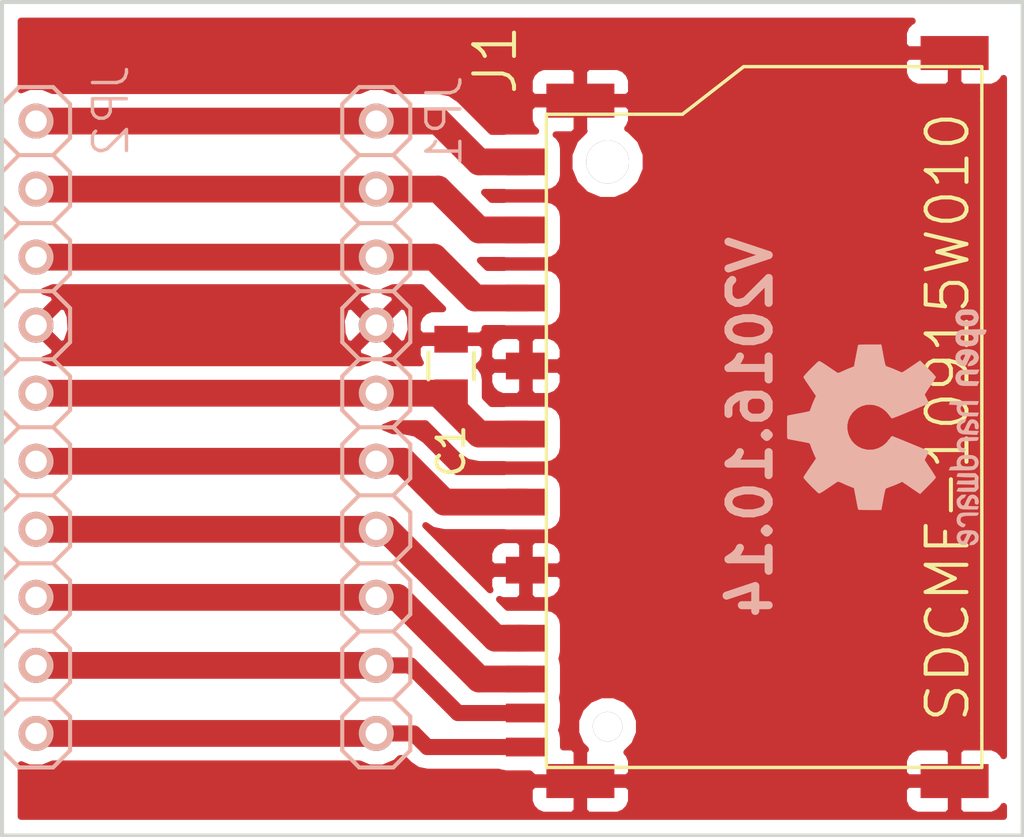
<source format=kicad_pcb>
(kicad_pcb (version 4) (host pcbnew 4.0.4+e1-6308~48~ubuntu16.04.1-stable)

  (general
    (links 27)
    (no_connects 0)
    (area 130.734999 45.009999 168.985001 76.275001)
    (thickness 1.6)
    (drawings 5)
    (tracks 43)
    (zones 0)
    (modules 5)
    (nets 11)
  )

  (page A4)
  (layers
    (0 F.Cu signal)
    (31 B.Cu signal)
    (32 B.Adhes user)
    (33 F.Adhes user)
    (34 B.Paste user)
    (35 F.Paste user)
    (36 B.SilkS user)
    (37 F.SilkS user)
    (38 B.Mask user)
    (39 F.Mask user)
    (40 Dwgs.User user)
    (41 Cmts.User user)
    (42 Eco1.User user)
    (43 Eco2.User user)
    (44 Edge.Cuts user)
    (45 Margin user)
    (46 B.CrtYd user)
    (47 F.CrtYd user)
    (48 B.Fab user)
    (49 F.Fab user)
  )

  (setup
    (last_trace_width 1)
    (user_trace_width 0.4)
    (user_trace_width 0.6)
    (user_trace_width 0.8)
    (user_trace_width 1)
    (user_trace_width 1.5)
    (trace_clearance 0.2)
    (zone_clearance 0.508)
    (zone_45_only no)
    (trace_min 0.2)
    (segment_width 0.2)
    (edge_width 0.15)
    (via_size 0.6)
    (via_drill 0.4)
    (via_min_size 0.4)
    (via_min_drill 0.3)
    (user_via 0.5 0.35)
    (user_via 0.6 0.4)
    (user_via 0.8 0.6)
    (user_via 1 0.8)
    (user_via 1.7 1.5)
    (uvia_size 0.3)
    (uvia_drill 0.1)
    (uvias_allowed no)
    (uvia_min_size 0.2)
    (uvia_min_drill 0.1)
    (pcb_text_width 0.3)
    (pcb_text_size 1.5 1.5)
    (mod_edge_width 0.15)
    (mod_text_size 1 1)
    (mod_text_width 0.15)
    (pad_size 1.524 1.524)
    (pad_drill 0.762)
    (pad_to_mask_clearance 0.2)
    (aux_axis_origin 0 0)
    (visible_elements FFFFFF7F)
    (pcbplotparams
      (layerselection 0x00030_80000001)
      (usegerberextensions false)
      (excludeedgelayer true)
      (linewidth 0.100000)
      (plotframeref false)
      (viasonmask false)
      (mode 1)
      (useauxorigin false)
      (hpglpennumber 1)
      (hpglpenspeed 20)
      (hpglpendiameter 15)
      (hpglpenoverlay 2)
      (psnegative false)
      (psa4output false)
      (plotreference true)
      (plotvalue true)
      (plotinvisibletext false)
      (padsonsilk false)
      (subtractmaskfromsilk false)
      (outputformat 1)
      (mirror false)
      (drillshape 1)
      (scaleselection 1)
      (outputdirectory ""))
  )

  (net 0 "")
  (net 1 GND)
  (net 2 +3V3)
  (net 3 "Net-(J1-Pad2)")
  (net 4 "Net-(J1-Pad9)")
  (net 5 "Net-(J1-Pad1)")
  (net 6 "Net-(J1-Pad5)")
  (net 7 "Net-(J1-Pad7)")
  (net 8 "Net-(J1-Pad8)")
  (net 9 "Net-(J1-PadCD)")
  (net 10 "Net-(J1-PadWP)")

  (net_class Default "This is the default net class."
    (clearance 0.2)
    (trace_width 0.25)
    (via_dia 0.6)
    (via_drill 0.4)
    (uvia_dia 0.3)
    (uvia_drill 0.1)
    (add_net +3V3)
    (add_net GND)
    (add_net "Net-(J1-Pad1)")
    (add_net "Net-(J1-Pad2)")
    (add_net "Net-(J1-Pad5)")
    (add_net "Net-(J1-Pad7)")
    (add_net "Net-(J1-Pad8)")
    (add_net "Net-(J1-Pad9)")
    (add_net "Net-(J1-PadCD)")
    (add_net "Net-(J1-PadWP)")
  )

  (module Capacitors_SMD:C_0805 (layer F.Cu) (tedit 57FE9B14) (tstamp 57FE92D0)
    (at 147.574 58.674 90)
    (descr "Capacitor SMD 0805, reflow soldering, AVX (see smccp.pdf)")
    (tags "capacitor 0805")
    (path /57FE9127)
    (attr smd)
    (fp_text reference C1 (at -3.175 0 90) (layer F.SilkS)
      (effects (font (size 1 1) (thickness 0.15)))
    )
    (fp_text value 1u (at 3.175 0 90) (layer F.Fab)
      (effects (font (size 1 1) (thickness 0.15)))
    )
    (fp_line (start -1 0.625) (end -1 -0.625) (layer F.Fab) (width 0.15))
    (fp_line (start 1 0.625) (end -1 0.625) (layer F.Fab) (width 0.15))
    (fp_line (start 1 -0.625) (end 1 0.625) (layer F.Fab) (width 0.15))
    (fp_line (start -1 -0.625) (end 1 -0.625) (layer F.Fab) (width 0.15))
    (fp_line (start -1.8 -1) (end 1.8 -1) (layer F.CrtYd) (width 0.05))
    (fp_line (start -1.8 1) (end 1.8 1) (layer F.CrtYd) (width 0.05))
    (fp_line (start -1.8 -1) (end -1.8 1) (layer F.CrtYd) (width 0.05))
    (fp_line (start 1.8 -1) (end 1.8 1) (layer F.CrtYd) (width 0.05))
    (fp_line (start 0.5 -0.85) (end -0.5 -0.85) (layer F.SilkS) (width 0.15))
    (fp_line (start -0.5 0.85) (end 0.5 0.85) (layer F.SilkS) (width 0.15))
    (pad 1 smd rect (at -1 0 90) (size 1 1.25) (layers F.Cu F.Paste F.Mask)
      (net 2 +3V3))
    (pad 2 smd rect (at 1 0 90) (size 1 1.25) (layers F.Cu F.Paste F.Mask)
      (net 1 GND))
    (model Capacitors_SMD.3dshapes/C_0805.wrl
      (at (xyz 0 0 0))
      (scale (xyz 1 1 1))
      (rotate (xyz 0 0 0))
    )
  )

  (module SquantorConnectors:SquantorConnectors-SDCMF-10915W010 (layer F.Cu) (tedit 57FFEE05) (tstamp 58018BFE)
    (at 163.83 60.96 90)
    (path /57FFF8B5)
    (attr smd)
    (fp_text reference J1 (at 13.716 -14.605 90) (layer F.SilkS)
      (effects (font (thickness 0.15)))
    )
    (fp_text value SDCMF-10915W010 (at 0.381 2.286 90) (layer F.SilkS)
      (effects (font (thickness 0.15)))
    )
    (fp_line (start -12.7 -12.7) (end 11.684 -12.7) (layer F.SilkS) (width 0.127))
    (fp_line (start -12.7 -12.7) (end -12.7 3.556) (layer F.SilkS) (width 0.127))
    (fp_line (start -12.7 3.556) (end -11.43 3.556) (layer F.SilkS) (width 0.127))
    (fp_line (start -11.43 3.556) (end 12.192 3.556) (layer F.SilkS) (width 0.127))
    (fp_line (start 12.192 3.556) (end 13.462 3.556) (layer F.SilkS) (width 0.127))
    (fp_line (start 13.462 3.556) (end 13.462 -5.334) (layer F.SilkS) (width 0.127))
    (fp_line (start 11.684 -12.7) (end 11.684 -7.62) (layer F.SilkS) (width 0.127))
    (fp_line (start 11.684 -7.62) (end 13.462 -5.334) (layer F.SilkS) (width 0.127))
    (pad 1 smd rect (at 7.366 -13.462 180) (size 1.5 1) (layers F.Cu F.Paste F.Mask)
      (net 5 "Net-(J1-Pad1)"))
    (pad 2 smd rect (at 4.826 -13.462 180) (size 1.5 1) (layers F.Cu F.Paste F.Mask)
      (net 3 "Net-(J1-Pad2)"))
    (pad 3 smd rect (at 2.286 -13.462 180) (size 1.5 1) (layers F.Cu F.Paste F.Mask)
      (net 1 GND))
    (pad 4 smd rect (at -0.254 -13.462 180) (size 1.5 1) (layers F.Cu F.Paste F.Mask)
      (net 2 +3V3))
    (pad 5 smd rect (at -2.794 -13.462 180) (size 1.5 1) (layers F.Cu F.Paste F.Mask)
      (net 6 "Net-(J1-Pad5)"))
    (pad 6 smd rect (at -5.334 -13.462 180) (size 1.5 1) (layers F.Cu F.Paste F.Mask)
      (net 1 GND))
    (pad 7 smd rect (at -7.874 -13.462 180) (size 1.5 1) (layers F.Cu F.Paste F.Mask)
      (net 7 "Net-(J1-Pad7)"))
    (pad 8 smd rect (at -9.398 -13.462 180) (size 1.5 1) (layers F.Cu F.Paste F.Mask)
      (net 8 "Net-(J1-Pad8)"))
    (pad 9 smd rect (at 9.906 -13.462 180) (size 1.5 1) (layers F.Cu F.Paste F.Mask)
      (net 4 "Net-(J1-Pad9)"))
    (pad WP smd rect (at -11.938 -13.462 180) (size 1.5 0.7) (layers F.Cu F.Paste F.Mask)
      (net 10 "Net-(J1-PadWP)"))
    (pad CD smd rect (at -10.668 -13.462 180) (size 1.5 0.7) (layers F.Cu F.Paste F.Mask)
      (net 9 "Net-(J1-PadCD)"))
    (pad S4 smd rect (at 12.192 -11.43 180) (size 2.54 1.27) (layers F.Cu F.Paste F.Mask)
      (net 1 GND))
    (pad S3 smd rect (at 13.97 2.54 180) (size 2.54 1.27) (layers F.Cu F.Paste F.Mask)
      (net 1 GND))
    (pad S2 smd rect (at -13.208 2.54 180) (size 2.54 1.27) (layers F.Cu F.Paste F.Mask)
      (net 1 GND))
    (pad S1 smd rect (at -13.208 -11.43 180) (size 2.54 1.27) (layers F.Cu F.Paste F.Mask)
      (net 1 GND))
    (pad D1 thru_hole circle (at 9.906 -10.414 180) (size 1.6 1.6) (drill 1.6) (layers *.Cu *.Mask))
    (pad D2 thru_hole circle (at -11.176 -10.414 180) (size 1.1 1.1) (drill 1.1) (layers *.Cu *.Mask))
  )

  (module SquantorConnectors:SquantorConnectors-1X10_SMALL (layer B.Cu) (tedit 57FFF168) (tstamp 57FE98ED)
    (at 132.08 60.96 270)
    (path /57FE9960)
    (attr virtual)
    (fp_text reference JP2 (at -11.811 -2.794 270) (layer B.SilkS)
      (effects (font (size 1.27 1.27) (thickness 0.127)) (justify mirror))
    )
    (fp_text value PINHD-1X10TH_NORMAL (at 0.508 -3.937 270) (layer B.Fab)
      (effects (font (size 1.27 1.27) (thickness 0.1016)) (justify mirror))
    )
    (fp_line (start 7.62 0.635) (end 8.255 1.27) (layer B.SilkS) (width 0.1524))
    (fp_line (start 8.255 1.27) (end 9.525 1.27) (layer B.SilkS) (width 0.1524))
    (fp_line (start 9.525 1.27) (end 10.16 0.635) (layer B.SilkS) (width 0.1524))
    (fp_line (start 10.16 0.635) (end 10.16 -0.635) (layer B.SilkS) (width 0.1524))
    (fp_line (start 10.16 -0.635) (end 9.525 -1.27) (layer B.SilkS) (width 0.1524))
    (fp_line (start 9.525 -1.27) (end 8.255 -1.27) (layer B.SilkS) (width 0.1524))
    (fp_line (start 8.255 -1.27) (end 7.62 -0.635) (layer B.SilkS) (width 0.1524))
    (fp_line (start 3.175 1.27) (end 4.445 1.27) (layer B.SilkS) (width 0.1524))
    (fp_line (start 4.445 1.27) (end 5.08 0.635) (layer B.SilkS) (width 0.1524))
    (fp_line (start 5.08 0.635) (end 5.08 -0.635) (layer B.SilkS) (width 0.1524))
    (fp_line (start 5.08 -0.635) (end 4.445 -1.27) (layer B.SilkS) (width 0.1524))
    (fp_line (start 5.08 0.635) (end 5.715 1.27) (layer B.SilkS) (width 0.1524))
    (fp_line (start 5.715 1.27) (end 6.985 1.27) (layer B.SilkS) (width 0.1524))
    (fp_line (start 6.985 1.27) (end 7.62 0.635) (layer B.SilkS) (width 0.1524))
    (fp_line (start 7.62 0.635) (end 7.62 -0.635) (layer B.SilkS) (width 0.1524))
    (fp_line (start 7.62 -0.635) (end 6.985 -1.27) (layer B.SilkS) (width 0.1524))
    (fp_line (start 6.985 -1.27) (end 5.715 -1.27) (layer B.SilkS) (width 0.1524))
    (fp_line (start 5.715 -1.27) (end 5.08 -0.635) (layer B.SilkS) (width 0.1524))
    (fp_line (start 0 0.635) (end 0.635 1.27) (layer B.SilkS) (width 0.1524))
    (fp_line (start 0.635 1.27) (end 1.905 1.27) (layer B.SilkS) (width 0.1524))
    (fp_line (start 1.905 1.27) (end 2.54 0.635) (layer B.SilkS) (width 0.1524))
    (fp_line (start 2.54 0.635) (end 2.54 -0.635) (layer B.SilkS) (width 0.1524))
    (fp_line (start 2.54 -0.635) (end 1.905 -1.27) (layer B.SilkS) (width 0.1524))
    (fp_line (start 1.905 -1.27) (end 0.635 -1.27) (layer B.SilkS) (width 0.1524))
    (fp_line (start 0.635 -1.27) (end 0 -0.635) (layer B.SilkS) (width 0.1524))
    (fp_line (start 3.175 1.27) (end 2.54 0.635) (layer B.SilkS) (width 0.1524))
    (fp_line (start 2.54 -0.635) (end 3.175 -1.27) (layer B.SilkS) (width 0.1524))
    (fp_line (start 4.445 -1.27) (end 3.175 -1.27) (layer B.SilkS) (width 0.1524))
    (fp_line (start -4.445 1.27) (end -3.175 1.27) (layer B.SilkS) (width 0.1524))
    (fp_line (start -3.175 1.27) (end -2.54 0.635) (layer B.SilkS) (width 0.1524))
    (fp_line (start -2.54 0.635) (end -2.54 -0.635) (layer B.SilkS) (width 0.1524))
    (fp_line (start -2.54 -0.635) (end -3.175 -1.27) (layer B.SilkS) (width 0.1524))
    (fp_line (start -2.54 0.635) (end -1.905 1.27) (layer B.SilkS) (width 0.1524))
    (fp_line (start -1.905 1.27) (end -0.635 1.27) (layer B.SilkS) (width 0.1524))
    (fp_line (start -0.635 1.27) (end 0 0.635) (layer B.SilkS) (width 0.1524))
    (fp_line (start 0 0.635) (end 0 -0.635) (layer B.SilkS) (width 0.1524))
    (fp_line (start 0 -0.635) (end -0.635 -1.27) (layer B.SilkS) (width 0.1524))
    (fp_line (start -0.635 -1.27) (end -1.905 -1.27) (layer B.SilkS) (width 0.1524))
    (fp_line (start -1.905 -1.27) (end -2.54 -0.635) (layer B.SilkS) (width 0.1524))
    (fp_line (start -7.62 0.635) (end -6.985 1.27) (layer B.SilkS) (width 0.1524))
    (fp_line (start -6.985 1.27) (end -5.715 1.27) (layer B.SilkS) (width 0.1524))
    (fp_line (start -5.715 1.27) (end -5.08 0.635) (layer B.SilkS) (width 0.1524))
    (fp_line (start -5.08 0.635) (end -5.08 -0.635) (layer B.SilkS) (width 0.1524))
    (fp_line (start -5.08 -0.635) (end -5.715 -1.27) (layer B.SilkS) (width 0.1524))
    (fp_line (start -5.715 -1.27) (end -6.985 -1.27) (layer B.SilkS) (width 0.1524))
    (fp_line (start -6.985 -1.27) (end -7.62 -0.635) (layer B.SilkS) (width 0.1524))
    (fp_line (start -4.445 1.27) (end -5.08 0.635) (layer B.SilkS) (width 0.1524))
    (fp_line (start -5.08 -0.635) (end -4.445 -1.27) (layer B.SilkS) (width 0.1524))
    (fp_line (start -3.175 -1.27) (end -4.445 -1.27) (layer B.SilkS) (width 0.1524))
    (fp_line (start -12.065 1.27) (end -10.795 1.27) (layer B.SilkS) (width 0.1524))
    (fp_line (start -10.795 1.27) (end -10.16 0.635) (layer B.SilkS) (width 0.1524))
    (fp_line (start -10.16 0.635) (end -10.16 -0.635) (layer B.SilkS) (width 0.1524))
    (fp_line (start -10.16 -0.635) (end -10.795 -1.27) (layer B.SilkS) (width 0.1524))
    (fp_line (start -10.16 0.635) (end -9.525 1.27) (layer B.SilkS) (width 0.1524))
    (fp_line (start -9.525 1.27) (end -8.255 1.27) (layer B.SilkS) (width 0.1524))
    (fp_line (start -8.255 1.27) (end -7.62 0.635) (layer B.SilkS) (width 0.1524))
    (fp_line (start -7.62 0.635) (end -7.62 -0.635) (layer B.SilkS) (width 0.1524))
    (fp_line (start -7.62 -0.635) (end -8.255 -1.27) (layer B.SilkS) (width 0.1524))
    (fp_line (start -8.255 -1.27) (end -9.525 -1.27) (layer B.SilkS) (width 0.1524))
    (fp_line (start -9.525 -1.27) (end -10.16 -0.635) (layer B.SilkS) (width 0.1524))
    (fp_line (start -12.7 0.635) (end -12.7 -0.635) (layer B.SilkS) (width 0.1524))
    (fp_line (start -12.065 1.27) (end -12.7 0.635) (layer B.SilkS) (width 0.1524))
    (fp_line (start -12.7 -0.635) (end -12.065 -1.27) (layer B.SilkS) (width 0.1524))
    (fp_line (start -10.795 -1.27) (end -12.065 -1.27) (layer B.SilkS) (width 0.1524))
    (fp_line (start 10.795 1.27) (end 12.065 1.27) (layer B.SilkS) (width 0.1524))
    (fp_line (start 12.065 1.27) (end 12.7 0.635) (layer B.SilkS) (width 0.1524))
    (fp_line (start 12.7 0.635) (end 12.7 -0.635) (layer B.SilkS) (width 0.1524))
    (fp_line (start 12.7 -0.635) (end 12.065 -1.27) (layer B.SilkS) (width 0.1524))
    (fp_line (start 10.795 1.27) (end 10.16 0.635) (layer B.SilkS) (width 0.1524))
    (fp_line (start 10.16 -0.635) (end 10.795 -1.27) (layer B.SilkS) (width 0.1524))
    (fp_line (start 12.065 -1.27) (end 10.795 -1.27) (layer B.SilkS) (width 0.1524))
    (pad 1 thru_hole circle (at -11.43 0 270) (size 1.30556 2.61366) (drill 0.79756) (layers *.Cu B.Paste B.SilkS B.Mask)
      (net 4 "Net-(J1-Pad9)"))
    (pad 2 thru_hole circle (at -8.89 0 270) (size 1.30556 2.61366) (drill 0.79756) (layers *.Cu B.Paste B.SilkS B.Mask)
      (net 5 "Net-(J1-Pad1)"))
    (pad 3 thru_hole circle (at -6.35 0 270) (size 1.30556 2.61366) (drill 0.79756) (layers *.Cu B.Paste B.SilkS B.Mask)
      (net 3 "Net-(J1-Pad2)"))
    (pad 4 thru_hole circle (at -3.81 0 270) (size 1.30556 2.61366) (drill 0.79756) (layers *.Cu B.Paste B.SilkS B.Mask)
      (net 1 GND))
    (pad 5 thru_hole circle (at -1.27 0 270) (size 1.30556 2.61366) (drill 0.79756) (layers *.Cu B.Paste B.SilkS B.Mask)
      (net 2 +3V3))
    (pad 6 thru_hole circle (at 1.27 0 270) (size 1.30556 2.61366) (drill 0.79756) (layers *.Cu B.Paste B.SilkS B.Mask)
      (net 6 "Net-(J1-Pad5)"))
    (pad 7 thru_hole circle (at 3.81 0 270) (size 1.30556 2.61366) (drill 0.79756) (layers *.Cu B.Paste B.SilkS B.Mask)
      (net 7 "Net-(J1-Pad7)"))
    (pad 8 thru_hole circle (at 6.35 0 270) (size 1.30556 2.61366) (drill 0.79756) (layers *.Cu B.Paste B.SilkS B.Mask)
      (net 8 "Net-(J1-Pad8)"))
    (pad 9 thru_hole circle (at 8.89 0 270) (size 1.30556 2.61366) (drill 0.79756) (layers *.Cu B.Paste B.SilkS B.Mask)
      (net 9 "Net-(J1-PadCD)"))
    (pad 10 thru_hole circle (at 11.43 0 270) (size 1.30556 2.61366) (drill 0.79756) (layers *.Cu B.Paste B.SilkS B.Mask)
      (net 10 "Net-(J1-PadWP)"))
  )

  (module SquantorConnectors:SquantorConnectors-1X10_SMALL (layer B.Cu) (tedit 57FFF171) (tstamp 57FE9968)
    (at 144.78 60.96 270)
    (path /57FE990F)
    (attr virtual)
    (fp_text reference JP1 (at -11.43 -2.54 270) (layer B.SilkS)
      (effects (font (size 1.27 1.27) (thickness 0.127)) (justify mirror))
    )
    (fp_text value PINHD-1X10TH_NORMAL (at 0.127 3.048 270) (layer B.Fab)
      (effects (font (size 1.27 1.27) (thickness 0.1016)) (justify mirror))
    )
    (fp_line (start 7.62 0.635) (end 8.255 1.27) (layer B.SilkS) (width 0.1524))
    (fp_line (start 8.255 1.27) (end 9.525 1.27) (layer B.SilkS) (width 0.1524))
    (fp_line (start 9.525 1.27) (end 10.16 0.635) (layer B.SilkS) (width 0.1524))
    (fp_line (start 10.16 0.635) (end 10.16 -0.635) (layer B.SilkS) (width 0.1524))
    (fp_line (start 10.16 -0.635) (end 9.525 -1.27) (layer B.SilkS) (width 0.1524))
    (fp_line (start 9.525 -1.27) (end 8.255 -1.27) (layer B.SilkS) (width 0.1524))
    (fp_line (start 8.255 -1.27) (end 7.62 -0.635) (layer B.SilkS) (width 0.1524))
    (fp_line (start 3.175 1.27) (end 4.445 1.27) (layer B.SilkS) (width 0.1524))
    (fp_line (start 4.445 1.27) (end 5.08 0.635) (layer B.SilkS) (width 0.1524))
    (fp_line (start 5.08 0.635) (end 5.08 -0.635) (layer B.SilkS) (width 0.1524))
    (fp_line (start 5.08 -0.635) (end 4.445 -1.27) (layer B.SilkS) (width 0.1524))
    (fp_line (start 5.08 0.635) (end 5.715 1.27) (layer B.SilkS) (width 0.1524))
    (fp_line (start 5.715 1.27) (end 6.985 1.27) (layer B.SilkS) (width 0.1524))
    (fp_line (start 6.985 1.27) (end 7.62 0.635) (layer B.SilkS) (width 0.1524))
    (fp_line (start 7.62 0.635) (end 7.62 -0.635) (layer B.SilkS) (width 0.1524))
    (fp_line (start 7.62 -0.635) (end 6.985 -1.27) (layer B.SilkS) (width 0.1524))
    (fp_line (start 6.985 -1.27) (end 5.715 -1.27) (layer B.SilkS) (width 0.1524))
    (fp_line (start 5.715 -1.27) (end 5.08 -0.635) (layer B.SilkS) (width 0.1524))
    (fp_line (start 0 0.635) (end 0.635 1.27) (layer B.SilkS) (width 0.1524))
    (fp_line (start 0.635 1.27) (end 1.905 1.27) (layer B.SilkS) (width 0.1524))
    (fp_line (start 1.905 1.27) (end 2.54 0.635) (layer B.SilkS) (width 0.1524))
    (fp_line (start 2.54 0.635) (end 2.54 -0.635) (layer B.SilkS) (width 0.1524))
    (fp_line (start 2.54 -0.635) (end 1.905 -1.27) (layer B.SilkS) (width 0.1524))
    (fp_line (start 1.905 -1.27) (end 0.635 -1.27) (layer B.SilkS) (width 0.1524))
    (fp_line (start 0.635 -1.27) (end 0 -0.635) (layer B.SilkS) (width 0.1524))
    (fp_line (start 3.175 1.27) (end 2.54 0.635) (layer B.SilkS) (width 0.1524))
    (fp_line (start 2.54 -0.635) (end 3.175 -1.27) (layer B.SilkS) (width 0.1524))
    (fp_line (start 4.445 -1.27) (end 3.175 -1.27) (layer B.SilkS) (width 0.1524))
    (fp_line (start -4.445 1.27) (end -3.175 1.27) (layer B.SilkS) (width 0.1524))
    (fp_line (start -3.175 1.27) (end -2.54 0.635) (layer B.SilkS) (width 0.1524))
    (fp_line (start -2.54 0.635) (end -2.54 -0.635) (layer B.SilkS) (width 0.1524))
    (fp_line (start -2.54 -0.635) (end -3.175 -1.27) (layer B.SilkS) (width 0.1524))
    (fp_line (start -2.54 0.635) (end -1.905 1.27) (layer B.SilkS) (width 0.1524))
    (fp_line (start -1.905 1.27) (end -0.635 1.27) (layer B.SilkS) (width 0.1524))
    (fp_line (start -0.635 1.27) (end 0 0.635) (layer B.SilkS) (width 0.1524))
    (fp_line (start 0 0.635) (end 0 -0.635) (layer B.SilkS) (width 0.1524))
    (fp_line (start 0 -0.635) (end -0.635 -1.27) (layer B.SilkS) (width 0.1524))
    (fp_line (start -0.635 -1.27) (end -1.905 -1.27) (layer B.SilkS) (width 0.1524))
    (fp_line (start -1.905 -1.27) (end -2.54 -0.635) (layer B.SilkS) (width 0.1524))
    (fp_line (start -7.62 0.635) (end -6.985 1.27) (layer B.SilkS) (width 0.1524))
    (fp_line (start -6.985 1.27) (end -5.715 1.27) (layer B.SilkS) (width 0.1524))
    (fp_line (start -5.715 1.27) (end -5.08 0.635) (layer B.SilkS) (width 0.1524))
    (fp_line (start -5.08 0.635) (end -5.08 -0.635) (layer B.SilkS) (width 0.1524))
    (fp_line (start -5.08 -0.635) (end -5.715 -1.27) (layer B.SilkS) (width 0.1524))
    (fp_line (start -5.715 -1.27) (end -6.985 -1.27) (layer B.SilkS) (width 0.1524))
    (fp_line (start -6.985 -1.27) (end -7.62 -0.635) (layer B.SilkS) (width 0.1524))
    (fp_line (start -4.445 1.27) (end -5.08 0.635) (layer B.SilkS) (width 0.1524))
    (fp_line (start -5.08 -0.635) (end -4.445 -1.27) (layer B.SilkS) (width 0.1524))
    (fp_line (start -3.175 -1.27) (end -4.445 -1.27) (layer B.SilkS) (width 0.1524))
    (fp_line (start -12.065 1.27) (end -10.795 1.27) (layer B.SilkS) (width 0.1524))
    (fp_line (start -10.795 1.27) (end -10.16 0.635) (layer B.SilkS) (width 0.1524))
    (fp_line (start -10.16 0.635) (end -10.16 -0.635) (layer B.SilkS) (width 0.1524))
    (fp_line (start -10.16 -0.635) (end -10.795 -1.27) (layer B.SilkS) (width 0.1524))
    (fp_line (start -10.16 0.635) (end -9.525 1.27) (layer B.SilkS) (width 0.1524))
    (fp_line (start -9.525 1.27) (end -8.255 1.27) (layer B.SilkS) (width 0.1524))
    (fp_line (start -8.255 1.27) (end -7.62 0.635) (layer B.SilkS) (width 0.1524))
    (fp_line (start -7.62 0.635) (end -7.62 -0.635) (layer B.SilkS) (width 0.1524))
    (fp_line (start -7.62 -0.635) (end -8.255 -1.27) (layer B.SilkS) (width 0.1524))
    (fp_line (start -8.255 -1.27) (end -9.525 -1.27) (layer B.SilkS) (width 0.1524))
    (fp_line (start -9.525 -1.27) (end -10.16 -0.635) (layer B.SilkS) (width 0.1524))
    (fp_line (start -12.7 0.635) (end -12.7 -0.635) (layer B.SilkS) (width 0.1524))
    (fp_line (start -12.065 1.27) (end -12.7 0.635) (layer B.SilkS) (width 0.1524))
    (fp_line (start -12.7 -0.635) (end -12.065 -1.27) (layer B.SilkS) (width 0.1524))
    (fp_line (start -10.795 -1.27) (end -12.065 -1.27) (layer B.SilkS) (width 0.1524))
    (fp_line (start 10.795 1.27) (end 12.065 1.27) (layer B.SilkS) (width 0.1524))
    (fp_line (start 12.065 1.27) (end 12.7 0.635) (layer B.SilkS) (width 0.1524))
    (fp_line (start 12.7 0.635) (end 12.7 -0.635) (layer B.SilkS) (width 0.1524))
    (fp_line (start 12.7 -0.635) (end 12.065 -1.27) (layer B.SilkS) (width 0.1524))
    (fp_line (start 10.795 1.27) (end 10.16 0.635) (layer B.SilkS) (width 0.1524))
    (fp_line (start 10.16 -0.635) (end 10.795 -1.27) (layer B.SilkS) (width 0.1524))
    (fp_line (start 12.065 -1.27) (end 10.795 -1.27) (layer B.SilkS) (width 0.1524))
    (pad 1 thru_hole circle (at -11.43 0 270) (size 1.30556 2.61366) (drill 0.79756) (layers *.Cu B.Paste B.SilkS B.Mask)
      (net 4 "Net-(J1-Pad9)"))
    (pad 2 thru_hole circle (at -8.89 0 270) (size 1.30556 2.61366) (drill 0.79756) (layers *.Cu B.Paste B.SilkS B.Mask)
      (net 5 "Net-(J1-Pad1)"))
    (pad 3 thru_hole circle (at -6.35 0 270) (size 1.30556 2.61366) (drill 0.79756) (layers *.Cu B.Paste B.SilkS B.Mask)
      (net 3 "Net-(J1-Pad2)"))
    (pad 4 thru_hole circle (at -3.81 0 270) (size 1.30556 2.61366) (drill 0.79756) (layers *.Cu B.Paste B.SilkS B.Mask)
      (net 1 GND))
    (pad 5 thru_hole circle (at -1.27 0 270) (size 1.30556 2.61366) (drill 0.79756) (layers *.Cu B.Paste B.SilkS B.Mask)
      (net 2 +3V3))
    (pad 6 thru_hole circle (at 1.27 0 270) (size 1.30556 2.61366) (drill 0.79756) (layers *.Cu B.Paste B.SilkS B.Mask)
      (net 6 "Net-(J1-Pad5)"))
    (pad 7 thru_hole circle (at 3.81 0 270) (size 1.30556 2.61366) (drill 0.79756) (layers *.Cu B.Paste B.SilkS B.Mask)
      (net 7 "Net-(J1-Pad7)"))
    (pad 8 thru_hole circle (at 6.35 0 270) (size 1.30556 2.61366) (drill 0.79756) (layers *.Cu B.Paste B.SilkS B.Mask)
      (net 8 "Net-(J1-Pad8)"))
    (pad 9 thru_hole circle (at 8.89 0 270) (size 1.30556 2.61366) (drill 0.79756) (layers *.Cu B.Paste B.SilkS B.Mask)
      (net 9 "Net-(J1-PadCD)"))
    (pad 10 thru_hole circle (at 11.43 0 270) (size 1.30556 2.61366) (drill 0.79756) (layers *.Cu B.Paste B.SilkS B.Mask)
      (net 10 "Net-(J1-PadWP)"))
  )

  (module Symbols:OSHW-Logo2_9.8x8mm_SilkScreen (layer B.Cu) (tedit 0) (tstamp 58039CB4)
    (at 163.83 60.96 270)
    (descr "Open Source Hardware Symbol")
    (tags "Logo Symbol OSHW")
    (attr virtual)
    (fp_text reference REF*** (at 0 0 270) (layer B.SilkS) hide
      (effects (font (size 1 1) (thickness 0.15)) (justify mirror))
    )
    (fp_text value OSHW-Logo2_9.8x8mm_SilkScreen (at 0.75 0 270) (layer B.Fab) hide
      (effects (font (size 1 1) (thickness 0.15)) (justify mirror))
    )
    (fp_poly (pts (xy -3.231114 -2.584505) (xy -3.156461 -2.621727) (xy -3.090569 -2.690261) (xy -3.072423 -2.715648)
      (xy -3.052655 -2.748866) (xy -3.039828 -2.784945) (xy -3.03249 -2.833098) (xy -3.029187 -2.902536)
      (xy -3.028462 -2.994206) (xy -3.031737 -3.11983) (xy -3.043123 -3.214154) (xy -3.064959 -3.284523)
      (xy -3.099581 -3.338286) (xy -3.14933 -3.382788) (xy -3.152986 -3.385423) (xy -3.202015 -3.412377)
      (xy -3.261055 -3.425712) (xy -3.336141 -3.429) (xy -3.458205 -3.429) (xy -3.458256 -3.547497)
      (xy -3.459392 -3.613492) (xy -3.466314 -3.652202) (xy -3.484402 -3.675419) (xy -3.519038 -3.694933)
      (xy -3.527355 -3.69892) (xy -3.56628 -3.717603) (xy -3.596417 -3.729403) (xy -3.618826 -3.730422)
      (xy -3.634567 -3.716761) (xy -3.644698 -3.684522) (xy -3.650277 -3.629804) (xy -3.652365 -3.548711)
      (xy -3.652019 -3.437344) (xy -3.6503 -3.291802) (xy -3.649763 -3.248269) (xy -3.647828 -3.098205)
      (xy -3.646096 -3.000042) (xy -3.458308 -3.000042) (xy -3.457252 -3.083364) (xy -3.452562 -3.13788)
      (xy -3.441949 -3.173837) (xy -3.423128 -3.201482) (xy -3.41035 -3.214965) (xy -3.35811 -3.254417)
      (xy -3.311858 -3.257628) (xy -3.264133 -3.225049) (xy -3.262923 -3.223846) (xy -3.243506 -3.198668)
      (xy -3.231693 -3.164447) (xy -3.225735 -3.111748) (xy -3.22388 -3.031131) (xy -3.223846 -3.013271)
      (xy -3.22833 -2.902175) (xy -3.242926 -2.825161) (xy -3.26935 -2.778147) (xy -3.309317 -2.75705)
      (xy -3.332416 -2.754923) (xy -3.387238 -2.7649) (xy -3.424842 -2.797752) (xy -3.447477 -2.857857)
      (xy -3.457394 -2.949598) (xy -3.458308 -3.000042) (xy -3.646096 -3.000042) (xy -3.645778 -2.98206)
      (xy -3.643127 -2.894679) (xy -3.639394 -2.830905) (xy -3.634093 -2.785582) (xy -3.626742 -2.753555)
      (xy -3.616857 -2.729668) (xy -3.603954 -2.708764) (xy -3.598421 -2.700898) (xy -3.525031 -2.626595)
      (xy -3.43224 -2.584467) (xy -3.324904 -2.572722) (xy -3.231114 -2.584505)) (layer B.SilkS) (width 0.01))
    (fp_poly (pts (xy -1.728336 -2.595089) (xy -1.665633 -2.631358) (xy -1.622039 -2.667358) (xy -1.590155 -2.705075)
      (xy -1.56819 -2.751199) (xy -1.554351 -2.812421) (xy -1.546847 -2.895431) (xy -1.543883 -3.006919)
      (xy -1.543539 -3.087062) (xy -1.543539 -3.382065) (xy -1.709615 -3.456515) (xy -1.719385 -3.133402)
      (xy -1.723421 -3.012729) (xy -1.727656 -2.925141) (xy -1.732903 -2.86465) (xy -1.739975 -2.825268)
      (xy -1.749689 -2.801007) (xy -1.762856 -2.78588) (xy -1.767081 -2.782606) (xy -1.831091 -2.757034)
      (xy -1.895792 -2.767153) (xy -1.934308 -2.794) (xy -1.949975 -2.813024) (xy -1.96082 -2.837988)
      (xy -1.967712 -2.875834) (xy -1.971521 -2.933502) (xy -1.973117 -3.017935) (xy -1.973385 -3.105928)
      (xy -1.973437 -3.216323) (xy -1.975328 -3.294463) (xy -1.981655 -3.347165) (xy -1.995017 -3.381242)
      (xy -2.018015 -3.403511) (xy -2.053246 -3.420787) (xy -2.100303 -3.438738) (xy -2.151697 -3.458278)
      (xy -2.145579 -3.111485) (xy -2.143116 -2.986468) (xy -2.140233 -2.894082) (xy -2.136102 -2.827881)
      (xy -2.129893 -2.78142) (xy -2.120774 -2.748256) (xy -2.107917 -2.721944) (xy -2.092416 -2.698729)
      (xy -2.017629 -2.624569) (xy -1.926372 -2.581684) (xy -1.827117 -2.571412) (xy -1.728336 -2.595089)) (layer B.SilkS) (width 0.01))
    (fp_poly (pts (xy -3.983114 -2.587256) (xy -3.891536 -2.635409) (xy -3.823951 -2.712905) (xy -3.799943 -2.762727)
      (xy -3.781262 -2.837533) (xy -3.771699 -2.932052) (xy -3.770792 -3.03521) (xy -3.778079 -3.135935)
      (xy -3.793097 -3.223153) (xy -3.815385 -3.285791) (xy -3.822235 -3.296579) (xy -3.903368 -3.377105)
      (xy -3.999734 -3.425336) (xy -4.104299 -3.43945) (xy -4.210032 -3.417629) (xy -4.239457 -3.404547)
      (xy -4.296759 -3.364231) (xy -4.34705 -3.310775) (xy -4.351803 -3.303995) (xy -4.371122 -3.271321)
      (xy -4.383892 -3.236394) (xy -4.391436 -3.190414) (xy -4.395076 -3.124584) (xy -4.396135 -3.030105)
      (xy -4.396154 -3.008923) (xy -4.396106 -3.002182) (xy -4.200769 -3.002182) (xy -4.199632 -3.091349)
      (xy -4.195159 -3.15052) (xy -4.185754 -3.188741) (xy -4.169824 -3.215053) (xy -4.161692 -3.223846)
      (xy -4.114942 -3.257261) (xy -4.069553 -3.255737) (xy -4.02366 -3.226752) (xy -3.996288 -3.195809)
      (xy -3.980077 -3.150643) (xy -3.970974 -3.07942) (xy -3.970349 -3.071114) (xy -3.968796 -2.942037)
      (xy -3.985035 -2.846172) (xy -4.018848 -2.784107) (xy -4.070016 -2.756432) (xy -4.08828 -2.754923)
      (xy -4.13624 -2.762513) (xy -4.169047 -2.788808) (xy -4.189105 -2.839095) (xy -4.198822 -2.918664)
      (xy -4.200769 -3.002182) (xy -4.396106 -3.002182) (xy -4.395426 -2.908249) (xy -4.392371 -2.837906)
      (xy -4.385678 -2.789163) (xy -4.37404 -2.753288) (xy -4.356147 -2.721548) (xy -4.352192 -2.715648)
      (xy -4.285733 -2.636104) (xy -4.213315 -2.589929) (xy -4.125151 -2.571599) (xy -4.095213 -2.570703)
      (xy -3.983114 -2.587256)) (layer B.SilkS) (width 0.01))
    (fp_poly (pts (xy -2.465746 -2.599745) (xy -2.388714 -2.651567) (xy -2.329184 -2.726412) (xy -2.293622 -2.821654)
      (xy -2.286429 -2.891756) (xy -2.287246 -2.921009) (xy -2.294086 -2.943407) (xy -2.312888 -2.963474)
      (xy -2.349592 -2.985733) (xy -2.410138 -3.014709) (xy -2.500466 -3.054927) (xy -2.500923 -3.055129)
      (xy -2.584067 -3.09321) (xy -2.652247 -3.127025) (xy -2.698495 -3.152933) (xy -2.715842 -3.167295)
      (xy -2.715846 -3.167411) (xy -2.700557 -3.198685) (xy -2.664804 -3.233157) (xy -2.623758 -3.25799)
      (xy -2.602963 -3.262923) (xy -2.54623 -3.245862) (xy -2.497373 -3.203133) (xy -2.473535 -3.156155)
      (xy -2.450603 -3.121522) (xy -2.405682 -3.082081) (xy -2.352877 -3.048009) (xy -2.30629 -3.02948)
      (xy -2.296548 -3.028462) (xy -2.285582 -3.045215) (xy -2.284921 -3.088039) (xy -2.29298 -3.145781)
      (xy -2.308173 -3.207289) (xy -2.328914 -3.261409) (xy -2.329962 -3.26351) (xy -2.392379 -3.35066)
      (xy -2.473274 -3.409939) (xy -2.565144 -3.439034) (xy -2.660487 -3.435634) (xy -2.751802 -3.397428)
      (xy -2.755862 -3.394741) (xy -2.827694 -3.329642) (xy -2.874927 -3.244705) (xy -2.901066 -3.133021)
      (xy -2.904574 -3.101643) (xy -2.910787 -2.953536) (xy -2.903339 -2.884468) (xy -2.715846 -2.884468)
      (xy -2.71341 -2.927552) (xy -2.700086 -2.940126) (xy -2.666868 -2.930719) (xy -2.614506 -2.908483)
      (xy -2.555976 -2.88061) (xy -2.554521 -2.879872) (xy -2.504911 -2.853777) (xy -2.485 -2.836363)
      (xy -2.48991 -2.818107) (xy -2.510584 -2.79412) (xy -2.563181 -2.759406) (xy -2.619823 -2.756856)
      (xy -2.670631 -2.782119) (xy -2.705724 -2.830847) (xy -2.715846 -2.884468) (xy -2.903339 -2.884468)
      (xy -2.898008 -2.835036) (xy -2.865222 -2.741055) (xy -2.819579 -2.675215) (xy -2.737198 -2.608681)
      (xy -2.646454 -2.575676) (xy -2.553815 -2.573573) (xy -2.465746 -2.599745)) (layer B.SilkS) (width 0.01))
    (fp_poly (pts (xy -0.840154 -2.49212) (xy -0.834428 -2.57198) (xy -0.827851 -2.619039) (xy -0.818738 -2.639566)
      (xy -0.805402 -2.639829) (xy -0.801077 -2.637378) (xy -0.743556 -2.619636) (xy -0.668732 -2.620672)
      (xy -0.592661 -2.63891) (xy -0.545082 -2.662505) (xy -0.496298 -2.700198) (xy -0.460636 -2.742855)
      (xy -0.436155 -2.797057) (xy -0.420913 -2.869384) (xy -0.41297 -2.966419) (xy -0.410384 -3.094742)
      (xy -0.410338 -3.119358) (xy -0.410308 -3.39587) (xy -0.471839 -3.41732) (xy -0.515541 -3.431912)
      (xy -0.539518 -3.438706) (xy -0.540223 -3.438769) (xy -0.542585 -3.420345) (xy -0.544594 -3.369526)
      (xy -0.546099 -3.292993) (xy -0.546947 -3.19743) (xy -0.547077 -3.139329) (xy -0.547349 -3.024771)
      (xy -0.548748 -2.942667) (xy -0.552151 -2.886393) (xy -0.558433 -2.849326) (xy -0.568471 -2.824844)
      (xy -0.583139 -2.806325) (xy -0.592298 -2.797406) (xy -0.655211 -2.761466) (xy -0.723864 -2.758775)
      (xy -0.786152 -2.78917) (xy -0.797671 -2.800144) (xy -0.814567 -2.820779) (xy -0.826286 -2.845256)
      (xy -0.833767 -2.880647) (xy -0.837946 -2.934026) (xy -0.839763 -3.012466) (xy -0.840154 -3.120617)
      (xy -0.840154 -3.39587) (xy -0.901685 -3.41732) (xy -0.945387 -3.431912) (xy -0.969364 -3.438706)
      (xy -0.97007 -3.438769) (xy -0.971874 -3.420069) (xy -0.9735 -3.367322) (xy -0.974883 -3.285557)
      (xy -0.975958 -3.179805) (xy -0.97666 -3.055094) (xy -0.976923 -2.916455) (xy -0.976923 -2.381806)
      (xy -0.849923 -2.328236) (xy -0.840154 -2.49212)) (layer B.SilkS) (width 0.01))
    (fp_poly (pts (xy 0.053501 -2.626303) (xy 0.13006 -2.654733) (xy 0.130936 -2.655279) (xy 0.178285 -2.690127)
      (xy 0.213241 -2.730852) (xy 0.237825 -2.783925) (xy 0.254062 -2.855814) (xy 0.263975 -2.952992)
      (xy 0.269586 -3.081928) (xy 0.270077 -3.100298) (xy 0.277141 -3.377287) (xy 0.217695 -3.408028)
      (xy 0.174681 -3.428802) (xy 0.14871 -3.438646) (xy 0.147509 -3.438769) (xy 0.143014 -3.420606)
      (xy 0.139444 -3.371612) (xy 0.137248 -3.300031) (xy 0.136769 -3.242068) (xy 0.136758 -3.14817)
      (xy 0.132466 -3.089203) (xy 0.117503 -3.061079) (xy 0.085482 -3.059706) (xy 0.030014 -3.080998)
      (xy -0.053731 -3.120136) (xy -0.115311 -3.152643) (xy -0.146983 -3.180845) (xy -0.156294 -3.211582)
      (xy -0.156308 -3.213104) (xy -0.140943 -3.266054) (xy -0.095453 -3.29466) (xy -0.025834 -3.298803)
      (xy 0.024313 -3.298084) (xy 0.050754 -3.312527) (xy 0.067243 -3.347218) (xy 0.076733 -3.391416)
      (xy 0.063057 -3.416493) (xy 0.057907 -3.420082) (xy 0.009425 -3.434496) (xy -0.058469 -3.436537)
      (xy -0.128388 -3.426983) (xy -0.177932 -3.409522) (xy -0.24643 -3.351364) (xy -0.285366 -3.270408)
      (xy -0.293077 -3.20716) (xy -0.287193 -3.150111) (xy -0.265899 -3.103542) (xy -0.223735 -3.062181)
      (xy -0.155241 -3.020755) (xy -0.054956 -2.973993) (xy -0.048846 -2.97135) (xy 0.04149 -2.929617)
      (xy 0.097235 -2.895391) (xy 0.121129 -2.864635) (xy 0.115913 -2.833311) (xy 0.084328 -2.797383)
      (xy 0.074883 -2.789116) (xy 0.011617 -2.757058) (xy -0.053936 -2.758407) (xy -0.111028 -2.789838)
      (xy -0.148907 -2.848024) (xy -0.152426 -2.859446) (xy -0.1867 -2.914837) (xy -0.230191 -2.941518)
      (xy -0.293077 -2.96796) (xy -0.293077 -2.899548) (xy -0.273948 -2.80011) (xy -0.217169 -2.708902)
      (xy -0.187622 -2.678389) (xy -0.120458 -2.639228) (xy -0.035044 -2.6215) (xy 0.053501 -2.626303)) (layer B.SilkS) (width 0.01))
    (fp_poly (pts (xy 0.713362 -2.62467) (xy 0.802117 -2.657421) (xy 0.874022 -2.71535) (xy 0.902144 -2.756128)
      (xy 0.932802 -2.830954) (xy 0.932165 -2.885058) (xy 0.899987 -2.921446) (xy 0.888081 -2.927633)
      (xy 0.836675 -2.946925) (xy 0.810422 -2.941982) (xy 0.80153 -2.909587) (xy 0.801077 -2.891692)
      (xy 0.784797 -2.825859) (xy 0.742365 -2.779807) (xy 0.683388 -2.757564) (xy 0.617475 -2.763161)
      (xy 0.563895 -2.792229) (xy 0.545798 -2.80881) (xy 0.532971 -2.828925) (xy 0.524306 -2.859332)
      (xy 0.518696 -2.906788) (xy 0.515035 -2.97805) (xy 0.512215 -3.079875) (xy 0.511484 -3.112115)
      (xy 0.50882 -3.22241) (xy 0.505792 -3.300036) (xy 0.50125 -3.351396) (xy 0.494046 -3.38289)
      (xy 0.483033 -3.40092) (xy 0.46706 -3.411888) (xy 0.456834 -3.416733) (xy 0.413406 -3.433301)
      (xy 0.387842 -3.438769) (xy 0.379395 -3.420507) (xy 0.374239 -3.365296) (xy 0.372346 -3.272499)
      (xy 0.373689 -3.141478) (xy 0.374107 -3.121269) (xy 0.377058 -3.001733) (xy 0.380548 -2.914449)
      (xy 0.385514 -2.852591) (xy 0.392893 -2.809336) (xy 0.403624 -2.77786) (xy 0.418645 -2.751339)
      (xy 0.426502 -2.739975) (xy 0.471553 -2.689692) (xy 0.52194 -2.650581) (xy 0.528108 -2.647167)
      (xy 0.618458 -2.620212) (xy 0.713362 -2.62467)) (layer B.SilkS) (width 0.01))
    (fp_poly (pts (xy 1.602081 -2.780289) (xy 1.601833 -2.92632) (xy 1.600872 -3.038655) (xy 1.598794 -3.122678)
      (xy 1.595193 -3.183769) (xy 1.589665 -3.227309) (xy 1.581804 -3.258679) (xy 1.571207 -3.283262)
      (xy 1.563182 -3.297294) (xy 1.496728 -3.373388) (xy 1.41247 -3.421084) (xy 1.319249 -3.438199)
      (xy 1.2259 -3.422546) (xy 1.170312 -3.394418) (xy 1.111957 -3.34576) (xy 1.072186 -3.286333)
      (xy 1.04819 -3.208507) (xy 1.037161 -3.104652) (xy 1.035599 -3.028462) (xy 1.035809 -3.022986)
      (xy 1.172308 -3.022986) (xy 1.173141 -3.110355) (xy 1.176961 -3.168192) (xy 1.185746 -3.206029)
      (xy 1.201474 -3.233398) (xy 1.220266 -3.254042) (xy 1.283375 -3.29389) (xy 1.351137 -3.297295)
      (xy 1.415179 -3.264025) (xy 1.420164 -3.259517) (xy 1.441439 -3.236067) (xy 1.454779 -3.208166)
      (xy 1.462001 -3.166641) (xy 1.464923 -3.102316) (xy 1.465385 -3.0312) (xy 1.464383 -2.941858)
      (xy 1.460238 -2.882258) (xy 1.451236 -2.843089) (xy 1.435667 -2.81504) (xy 1.422902 -2.800144)
      (xy 1.3636 -2.762575) (xy 1.295301 -2.758057) (xy 1.23011 -2.786753) (xy 1.217528 -2.797406)
      (xy 1.196111 -2.821063) (xy 1.182744 -2.849251) (xy 1.175566 -2.891245) (xy 1.172719 -2.956319)
      (xy 1.172308 -3.022986) (xy 1.035809 -3.022986) (xy 1.040322 -2.905765) (xy 1.056362 -2.813577)
      (xy 1.086528 -2.744269) (xy 1.133629 -2.690211) (xy 1.170312 -2.662505) (xy 1.23699 -2.632572)
      (xy 1.314272 -2.618678) (xy 1.38611 -2.622397) (xy 1.426308 -2.6374) (xy 1.442082 -2.64167)
      (xy 1.45255 -2.62575) (xy 1.459856 -2.583089) (xy 1.465385 -2.518106) (xy 1.471437 -2.445732)
      (xy 1.479844 -2.402187) (xy 1.495141 -2.377287) (xy 1.521864 -2.360845) (xy 1.538654 -2.353564)
      (xy 1.602154 -2.326963) (xy 1.602081 -2.780289)) (layer B.SilkS) (width 0.01))
    (fp_poly (pts (xy 2.395929 -2.636662) (xy 2.398911 -2.688068) (xy 2.401247 -2.766192) (xy 2.402749 -2.864857)
      (xy 2.403231 -2.968343) (xy 2.403231 -3.318533) (xy 2.341401 -3.380363) (xy 2.298793 -3.418462)
      (xy 2.26139 -3.433895) (xy 2.21027 -3.432918) (xy 2.189978 -3.430433) (xy 2.126554 -3.4232)
      (xy 2.074095 -3.419055) (xy 2.061308 -3.418672) (xy 2.018199 -3.421176) (xy 1.956544 -3.427462)
      (xy 1.932638 -3.430433) (xy 1.873922 -3.435028) (xy 1.834464 -3.425046) (xy 1.795338 -3.394228)
      (xy 1.781215 -3.380363) (xy 1.719385 -3.318533) (xy 1.719385 -2.663503) (xy 1.76915 -2.640829)
      (xy 1.812002 -2.624034) (xy 1.837073 -2.618154) (xy 1.843501 -2.636736) (xy 1.849509 -2.688655)
      (xy 1.854697 -2.768172) (xy 1.858664 -2.869546) (xy 1.860577 -2.955192) (xy 1.865923 -3.292231)
      (xy 1.91256 -3.298825) (xy 1.954976 -3.294214) (xy 1.97576 -3.279287) (xy 1.98157 -3.251377)
      (xy 1.98653 -3.191925) (xy 1.990246 -3.108466) (xy 1.992324 -3.008532) (xy 1.992624 -2.957104)
      (xy 1.992923 -2.661054) (xy 2.054454 -2.639604) (xy 2.098004 -2.62502) (xy 2.121694 -2.618219)
      (xy 2.122377 -2.618154) (xy 2.124754 -2.636642) (xy 2.127366 -2.687906) (xy 2.129995 -2.765649)
      (xy 2.132421 -2.863574) (xy 2.134115 -2.955192) (xy 2.139461 -3.292231) (xy 2.256692 -3.292231)
      (xy 2.262072 -2.984746) (xy 2.267451 -2.677261) (xy 2.324601 -2.647707) (xy 2.366797 -2.627413)
      (xy 2.39177 -2.618204) (xy 2.392491 -2.618154) (xy 2.395929 -2.636662)) (layer B.SilkS) (width 0.01))
    (fp_poly (pts (xy 2.887333 -2.633528) (xy 2.94359 -2.659117) (xy 2.987747 -2.690124) (xy 3.020101 -2.724795)
      (xy 3.042438 -2.76952) (xy 3.056546 -2.830692) (xy 3.064211 -2.914701) (xy 3.06722 -3.02794)
      (xy 3.067538 -3.102509) (xy 3.067538 -3.39342) (xy 3.017773 -3.416095) (xy 2.978576 -3.432667)
      (xy 2.959157 -3.438769) (xy 2.955442 -3.42061) (xy 2.952495 -3.371648) (xy 2.950691 -3.300153)
      (xy 2.950308 -3.243385) (xy 2.948661 -3.161371) (xy 2.944222 -3.096309) (xy 2.93774 -3.056467)
      (xy 2.93259 -3.048) (xy 2.897977 -3.056646) (xy 2.84364 -3.078823) (xy 2.780722 -3.108886)
      (xy 2.720368 -3.141192) (xy 2.673721 -3.170098) (xy 2.651926 -3.189961) (xy 2.651839 -3.190175)
      (xy 2.653714 -3.226935) (xy 2.670525 -3.262026) (xy 2.700039 -3.290528) (xy 2.743116 -3.300061)
      (xy 2.779932 -3.29895) (xy 2.832074 -3.298133) (xy 2.859444 -3.310349) (xy 2.875882 -3.342624)
      (xy 2.877955 -3.34871) (xy 2.885081 -3.394739) (xy 2.866024 -3.422687) (xy 2.816353 -3.436007)
      (xy 2.762697 -3.43847) (xy 2.666142 -3.42021) (xy 2.616159 -3.394131) (xy 2.554429 -3.332868)
      (xy 2.52169 -3.25767) (xy 2.518753 -3.178211) (xy 2.546424 -3.104167) (xy 2.588047 -3.057769)
      (xy 2.629604 -3.031793) (xy 2.694922 -2.998907) (xy 2.771038 -2.965557) (xy 2.783726 -2.960461)
      (xy 2.867333 -2.923565) (xy 2.91553 -2.891046) (xy 2.93103 -2.858718) (xy 2.91655 -2.822394)
      (xy 2.891692 -2.794) (xy 2.832939 -2.759039) (xy 2.768293 -2.756417) (xy 2.709008 -2.783358)
      (xy 2.666339 -2.837088) (xy 2.660739 -2.85095) (xy 2.628133 -2.901936) (xy 2.58053 -2.939787)
      (xy 2.520461 -2.97085) (xy 2.520461 -2.882768) (xy 2.523997 -2.828951) (xy 2.539156 -2.786534)
      (xy 2.572768 -2.741279) (xy 2.605035 -2.70642) (xy 2.655209 -2.657062) (xy 2.694193 -2.630547)
      (xy 2.736064 -2.619911) (xy 2.78346 -2.618154) (xy 2.887333 -2.633528)) (layer B.SilkS) (width 0.01))
    (fp_poly (pts (xy 3.570807 -2.636782) (xy 3.594161 -2.646988) (xy 3.649902 -2.691134) (xy 3.697569 -2.754967)
      (xy 3.727048 -2.823087) (xy 3.731846 -2.85667) (xy 3.71576 -2.903556) (xy 3.680475 -2.928365)
      (xy 3.642644 -2.943387) (xy 3.625321 -2.946155) (xy 3.616886 -2.926066) (xy 3.60023 -2.882351)
      (xy 3.592923 -2.862598) (xy 3.551948 -2.794271) (xy 3.492622 -2.760191) (xy 3.416552 -2.761239)
      (xy 3.410918 -2.762581) (xy 3.370305 -2.781836) (xy 3.340448 -2.819375) (xy 3.320055 -2.879809)
      (xy 3.307836 -2.967751) (xy 3.3025 -3.087813) (xy 3.302 -3.151698) (xy 3.301752 -3.252403)
      (xy 3.300126 -3.321054) (xy 3.295801 -3.364673) (xy 3.287454 -3.390282) (xy 3.273765 -3.404903)
      (xy 3.253411 -3.415558) (xy 3.252234 -3.416095) (xy 3.213038 -3.432667) (xy 3.193619 -3.438769)
      (xy 3.190635 -3.420319) (xy 3.188081 -3.369323) (xy 3.18614 -3.292308) (xy 3.184997 -3.195805)
      (xy 3.184769 -3.125184) (xy 3.185932 -2.988525) (xy 3.190479 -2.884851) (xy 3.199999 -2.808108)
      (xy 3.216081 -2.752246) (xy 3.240313 -2.711212) (xy 3.274286 -2.678954) (xy 3.307833 -2.65644)
      (xy 3.388499 -2.626476) (xy 3.482381 -2.619718) (xy 3.570807 -2.636782)) (layer B.SilkS) (width 0.01))
    (fp_poly (pts (xy 4.245224 -2.647838) (xy 4.322528 -2.698361) (xy 4.359814 -2.74359) (xy 4.389353 -2.825663)
      (xy 4.391699 -2.890607) (xy 4.386385 -2.977445) (xy 4.186115 -3.065103) (xy 4.088739 -3.109887)
      (xy 4.025113 -3.145913) (xy 3.992029 -3.177117) (xy 3.98628 -3.207436) (xy 4.004658 -3.240805)
      (xy 4.024923 -3.262923) (xy 4.083889 -3.298393) (xy 4.148024 -3.300879) (xy 4.206926 -3.273235)
      (xy 4.250197 -3.21832) (xy 4.257936 -3.198928) (xy 4.295006 -3.138364) (xy 4.337654 -3.112552)
      (xy 4.396154 -3.090471) (xy 4.396154 -3.174184) (xy 4.390982 -3.23115) (xy 4.370723 -3.279189)
      (xy 4.328262 -3.334346) (xy 4.321951 -3.341514) (xy 4.27472 -3.390585) (xy 4.234121 -3.41692)
      (xy 4.183328 -3.429035) (xy 4.14122 -3.433003) (xy 4.065902 -3.433991) (xy 4.012286 -3.421466)
      (xy 3.978838 -3.402869) (xy 3.926268 -3.361975) (xy 3.889879 -3.317748) (xy 3.86685 -3.262126)
      (xy 3.854359 -3.187047) (xy 3.849587 -3.084449) (xy 3.849206 -3.032376) (xy 3.850501 -2.969948)
      (xy 3.968471 -2.969948) (xy 3.969839 -3.003438) (xy 3.973249 -3.008923) (xy 3.995753 -3.001472)
      (xy 4.044182 -2.981753) (xy 4.108908 -2.953718) (xy 4.122443 -2.947692) (xy 4.204244 -2.906096)
      (xy 4.249312 -2.869538) (xy 4.259217 -2.835296) (xy 4.235526 -2.800648) (xy 4.21596 -2.785339)
      (xy 4.14536 -2.754721) (xy 4.07928 -2.75978) (xy 4.023959 -2.797151) (xy 3.985636 -2.863473)
      (xy 3.973349 -2.916116) (xy 3.968471 -2.969948) (xy 3.850501 -2.969948) (xy 3.85173 -2.91072)
      (xy 3.861032 -2.82071) (xy 3.87946 -2.755167) (xy 3.90936 -2.706912) (xy 3.95308 -2.668767)
      (xy 3.972141 -2.65644) (xy 4.058726 -2.624336) (xy 4.153522 -2.622316) (xy 4.245224 -2.647838)) (layer B.SilkS) (width 0.01))
    (fp_poly (pts (xy 0.139878 3.712224) (xy 0.245612 3.711645) (xy 0.322132 3.710078) (xy 0.374372 3.707028)
      (xy 0.407263 3.702004) (xy 0.425737 3.694511) (xy 0.434727 3.684056) (xy 0.439163 3.670147)
      (xy 0.439594 3.668346) (xy 0.446333 3.635855) (xy 0.458808 3.571748) (xy 0.475719 3.482849)
      (xy 0.495771 3.375981) (xy 0.517664 3.257967) (xy 0.518429 3.253822) (xy 0.540359 3.138169)
      (xy 0.560877 3.035986) (xy 0.578659 2.953402) (xy 0.592381 2.896544) (xy 0.600718 2.871542)
      (xy 0.601116 2.871099) (xy 0.625677 2.85889) (xy 0.676315 2.838544) (xy 0.742095 2.814455)
      (xy 0.742461 2.814326) (xy 0.825317 2.783182) (xy 0.923 2.743509) (xy 1.015077 2.703619)
      (xy 1.019434 2.701647) (xy 1.169407 2.63358) (xy 1.501498 2.860361) (xy 1.603374 2.929496)
      (xy 1.695657 2.991303) (xy 1.773003 3.042267) (xy 1.830064 3.078873) (xy 1.861495 3.097606)
      (xy 1.864479 3.098996) (xy 1.887321 3.09281) (xy 1.929982 3.062965) (xy 1.994128 3.008053)
      (xy 2.081421 2.926666) (xy 2.170535 2.840078) (xy 2.256441 2.754753) (xy 2.333327 2.676892)
      (xy 2.396564 2.611303) (xy 2.441523 2.562795) (xy 2.463576 2.536175) (xy 2.464396 2.534805)
      (xy 2.466834 2.516537) (xy 2.45765 2.486705) (xy 2.434574 2.441279) (xy 2.395337 2.37623)
      (xy 2.33767 2.28753) (xy 2.260795 2.173343) (xy 2.19257 2.072838) (xy 2.131582 1.982697)
      (xy 2.081356 1.908151) (xy 2.045416 1.854435) (xy 2.027287 1.826782) (xy 2.026146 1.824905)
      (xy 2.028359 1.79841) (xy 2.045138 1.746914) (xy 2.073142 1.680149) (xy 2.083122 1.658828)
      (xy 2.126672 1.563841) (xy 2.173134 1.456063) (xy 2.210877 1.362808) (xy 2.238073 1.293594)
      (xy 2.259675 1.240994) (xy 2.272158 1.213503) (xy 2.273709 1.211384) (xy 2.296668 1.207876)
      (xy 2.350786 1.198262) (xy 2.428868 1.183911) (xy 2.523719 1.166193) (xy 2.628143 1.146475)
      (xy 2.734944 1.126126) (xy 2.836926 1.106514) (xy 2.926894 1.089009) (xy 2.997653 1.074978)
      (xy 3.042006 1.065791) (xy 3.052885 1.063193) (xy 3.064122 1.056782) (xy 3.072605 1.042303)
      (xy 3.078714 1.014867) (xy 3.082832 0.969589) (xy 3.085341 0.90158) (xy 3.086621 0.805953)
      (xy 3.087054 0.67782) (xy 3.087077 0.625299) (xy 3.087077 0.198155) (xy 2.9845 0.177909)
      (xy 2.927431 0.16693) (xy 2.842269 0.150905) (xy 2.739372 0.131767) (xy 2.629096 0.111449)
      (xy 2.598615 0.105868) (xy 2.496855 0.086083) (xy 2.408205 0.066627) (xy 2.340108 0.049303)
      (xy 2.300004 0.035912) (xy 2.293323 0.031921) (xy 2.276919 0.003658) (xy 2.253399 -0.051109)
      (xy 2.227316 -0.121588) (xy 2.222142 -0.136769) (xy 2.187956 -0.230896) (xy 2.145523 -0.337101)
      (xy 2.103997 -0.432473) (xy 2.103792 -0.432916) (xy 2.03464 -0.582525) (xy 2.489512 -1.251617)
      (xy 2.1975 -1.544116) (xy 2.10918 -1.63117) (xy 2.028625 -1.707909) (xy 1.96036 -1.770237)
      (xy 1.908908 -1.814056) (xy 1.878794 -1.83527) (xy 1.874474 -1.836616) (xy 1.849111 -1.826016)
      (xy 1.797358 -1.796547) (xy 1.724868 -1.751705) (xy 1.637294 -1.694984) (xy 1.542612 -1.631462)
      (xy 1.446516 -1.566668) (xy 1.360837 -1.510287) (xy 1.291016 -1.465788) (xy 1.242494 -1.436639)
      (xy 1.220782 -1.426308) (xy 1.194293 -1.43505) (xy 1.144062 -1.458087) (xy 1.080451 -1.490631)
      (xy 1.073708 -1.494249) (xy 0.988046 -1.53721) (xy 0.929306 -1.558279) (xy 0.892772 -1.558503)
      (xy 0.873731 -1.538928) (xy 0.87362 -1.538654) (xy 0.864102 -1.515472) (xy 0.841403 -1.460441)
      (xy 0.807282 -1.377822) (xy 0.7635 -1.271872) (xy 0.711816 -1.146852) (xy 0.653992 -1.00702)
      (xy 0.597991 -0.871637) (xy 0.536447 -0.722234) (xy 0.479939 -0.583832) (xy 0.430161 -0.460673)
      (xy 0.388806 -0.357002) (xy 0.357568 -0.277059) (xy 0.338141 -0.225088) (xy 0.332154 -0.205692)
      (xy 0.347168 -0.183443) (xy 0.386439 -0.147982) (xy 0.438807 -0.108887) (xy 0.587941 0.014755)
      (xy 0.704511 0.156478) (xy 0.787118 0.313296) (xy 0.834366 0.482225) (xy 0.844857 0.660278)
      (xy 0.837231 0.742461) (xy 0.795682 0.912969) (xy 0.724123 1.063541) (xy 0.626995 1.192691)
      (xy 0.508734 1.298936) (xy 0.37378 1.38079) (xy 0.226571 1.436768) (xy 0.071544 1.465385)
      (xy -0.086861 1.465156) (xy -0.244206 1.434595) (xy -0.396054 1.372218) (xy -0.537965 1.27654)
      (xy -0.597197 1.222428) (xy -0.710797 1.08348) (xy -0.789894 0.931639) (xy -0.835014 0.771333)
      (xy -0.846684 0.606988) (xy -0.825431 0.443029) (xy -0.77178 0.283882) (xy -0.68626 0.133975)
      (xy -0.569395 -0.002267) (xy -0.438807 -0.108887) (xy -0.384412 -0.149642) (xy -0.345986 -0.184718)
      (xy -0.332154 -0.205726) (xy -0.339397 -0.228635) (xy -0.359995 -0.283365) (xy -0.392254 -0.365672)
      (xy -0.434479 -0.471315) (xy -0.484977 -0.59605) (xy -0.542052 -0.735636) (xy -0.598146 -0.87167)
      (xy -0.660033 -1.021201) (xy -0.717356 -1.159767) (xy -0.768356 -1.283107) (xy -0.811273 -1.386964)
      (xy -0.844347 -1.46708) (xy -0.865819 -1.519195) (xy -0.873775 -1.538654) (xy -0.892571 -1.558423)
      (xy -0.928926 -1.558365) (xy -0.987521 -1.537441) (xy -1.073032 -1.494613) (xy -1.073708 -1.494249)
      (xy -1.138093 -1.461012) (xy -1.190139 -1.436802) (xy -1.219488 -1.426404) (xy -1.220783 -1.426308)
      (xy -1.242876 -1.436855) (xy -1.291652 -1.466184) (xy -1.361669 -1.510827) (xy -1.447486 -1.567314)
      (xy -1.542612 -1.631462) (xy -1.63946 -1.696411) (xy -1.726747 -1.752896) (xy -1.798819 -1.797421)
      (xy -1.850023 -1.82649) (xy -1.874474 -1.836616) (xy -1.89699 -1.823307) (xy -1.942258 -1.786112)
      (xy -2.005756 -1.729128) (xy -2.082961 -1.656449) (xy -2.169349 -1.572171) (xy -2.197601 -1.544016)
      (xy -2.489713 -1.251416) (xy -2.267369 -0.925104) (xy -2.199798 -0.824897) (xy -2.140493 -0.734963)
      (xy -2.092783 -0.66051) (xy -2.059993 -0.606751) (xy -2.045452 -0.578894) (xy -2.045026 -0.576912)
      (xy -2.052692 -0.550655) (xy -2.073311 -0.497837) (xy -2.103315 -0.42731) (xy -2.124375 -0.380093)
      (xy -2.163752 -0.289694) (xy -2.200835 -0.198366) (xy -2.229585 -0.1212) (xy -2.237395 -0.097692)
      (xy -2.259583 -0.034916) (xy -2.281273 0.013589) (xy -2.293187 0.031921) (xy -2.319477 0.043141)
      (xy -2.376858 0.059046) (xy -2.457882 0.077833) (xy -2.555105 0.097701) (xy -2.598615 0.105868)
      (xy -2.709104 0.126171) (xy -2.815084 0.14583) (xy -2.906199 0.162912) (xy -2.972092 0.175482)
      (xy -2.9845 0.177909) (xy -3.087077 0.198155) (xy -3.087077 0.625299) (xy -3.086847 0.765754)
      (xy -3.085901 0.872021) (xy -3.083859 0.948987) (xy -3.080338 1.00154) (xy -3.074957 1.034567)
      (xy -3.067334 1.052955) (xy -3.057088 1.061592) (xy -3.052885 1.063193) (xy -3.02753 1.068873)
      (xy -2.971516 1.080205) (xy -2.892036 1.095821) (xy -2.796288 1.114353) (xy -2.691467 1.134431)
      (xy -2.584768 1.154688) (xy -2.483387 1.173754) (xy -2.394521 1.190261) (xy -2.325363 1.202841)
      (xy -2.283111 1.210125) (xy -2.27371 1.211384) (xy -2.265193 1.228237) (xy -2.24634 1.27313)
      (xy -2.220676 1.33757) (xy -2.210877 1.362808) (xy -2.171352 1.460314) (xy -2.124808 1.568041)
      (xy -2.083123 1.658828) (xy -2.05245 1.728247) (xy -2.032044 1.78529) (xy -2.025232 1.820223)
      (xy -2.026318 1.824905) (xy -2.040715 1.847009) (xy -2.073588 1.896169) (xy -2.12141 1.967152)
      (xy -2.180652 2.054722) (xy -2.247785 2.153643) (xy -2.261059 2.17317) (xy -2.338954 2.28886)
      (xy -2.396213 2.376956) (xy -2.435119 2.441514) (xy -2.457956 2.486589) (xy -2.467006 2.516237)
      (xy -2.464552 2.534515) (xy -2.464489 2.534631) (xy -2.445173 2.558639) (xy -2.402449 2.605053)
      (xy -2.340949 2.669063) (xy -2.265302 2.745855) (xy -2.180139 2.830618) (xy -2.170535 2.840078)
      (xy -2.06321 2.944011) (xy -1.980385 3.020325) (xy -1.920395 3.070429) (xy -1.881577 3.09573)
      (xy -1.86448 3.098996) (xy -1.839527 3.08475) (xy -1.787745 3.051844) (xy -1.71448 3.003792)
      (xy -1.62508 2.94411) (xy -1.524889 2.876312) (xy -1.501499 2.860361) (xy -1.169407 2.63358)
      (xy -1.019435 2.701647) (xy -0.92823 2.741315) (xy -0.830331 2.781209) (xy -0.746169 2.813017)
      (xy -0.742462 2.814326) (xy -0.676631 2.838424) (xy -0.625884 2.8588) (xy -0.601158 2.871064)
      (xy -0.601116 2.871099) (xy -0.593271 2.893266) (xy -0.579934 2.947783) (xy -0.56243 3.02852)
      (xy -0.542083 3.12935) (xy -0.520218 3.244144) (xy -0.518429 3.253822) (xy -0.496496 3.372096)
      (xy -0.47636 3.479458) (xy -0.45932 3.569083) (xy -0.446672 3.634149) (xy -0.439716 3.667832)
      (xy -0.439594 3.668346) (xy -0.435361 3.682675) (xy -0.427129 3.693493) (xy -0.409967 3.701294)
      (xy -0.378942 3.706571) (xy -0.329122 3.709818) (xy -0.255576 3.711528) (xy -0.153371 3.712193)
      (xy -0.017575 3.712307) (xy 0 3.712308) (xy 0.139878 3.712224)) (layer B.SilkS) (width 0.01))
  )

  (gr_line (start 130.81 76.2) (end 130.81 45.085) (angle 90) (layer Edge.Cuts) (width 0.15))
  (gr_line (start 168.91 76.2) (end 130.81 76.2) (angle 90) (layer Edge.Cuts) (width 0.15))
  (gr_line (start 168.91 45.085) (end 168.91 76.2) (angle 90) (layer Edge.Cuts) (width 0.15))
  (gr_line (start 130.81 45.085) (end 168.91 45.085) (angle 90) (layer Edge.Cuts) (width 0.15))
  (gr_text V2016.10.14 (at 158.75 60.96 90) (layer B.SilkS)
    (effects (font (size 1.5 1.5) (thickness 0.3)) (justify mirror))
  )

  (segment (start 150.368 61.214) (end 148.618 61.214) (width 1) (layer F.Cu) (net 2))
  (segment (start 148.618 61.214) (end 147.094 59.69) (width 1) (layer F.Cu) (net 2) (status 20))
  (segment (start 147.094 59.69) (end 144.78 59.69) (width 1) (layer F.Cu) (net 2) (status 10))
  (segment (start 133.00317 59.69) (end 144.78 59.69) (width 1) (layer F.Cu) (net 2))
  (segment (start 132.08 59.69) (end 133.00317 59.69) (width 1) (layer F.Cu) (net 2))
  (segment (start 150.368 56.134) (end 148.463 56.134) (width 1) (layer F.Cu) (net 3))
  (segment (start 148.463 56.134) (end 146.939 54.61) (width 1) (layer F.Cu) (net 3) (tstamp 58018C45))
  (segment (start 146.939 54.61) (end 144.78 54.61) (width 1) (layer F.Cu) (net 3) (tstamp 58018C46))
  (segment (start 133.00317 54.61) (end 144.78 54.61) (width 1) (layer F.Cu) (net 3))
  (segment (start 132.08 54.61) (end 133.00317 54.61) (width 1) (layer F.Cu) (net 3))
  (segment (start 150.368 51.054) (end 148.618 51.054) (width 1) (layer F.Cu) (net 4))
  (segment (start 147.094 49.53) (end 144.78 49.53) (width 1) (layer F.Cu) (net 4))
  (segment (start 148.618 51.054) (end 147.094 49.53) (width 1) (layer F.Cu) (net 4))
  (segment (start 144.78 49.53) (end 132.08 49.53) (width 1) (layer F.Cu) (net 4))
  (segment (start 150.368 53.594) (end 148.618 53.594) (width 1) (layer F.Cu) (net 5))
  (segment (start 147.094 52.07) (end 144.78 52.07) (width 1) (layer F.Cu) (net 5))
  (segment (start 148.618 53.594) (end 147.094 52.07) (width 1) (layer F.Cu) (net 5))
  (segment (start 144.78 52.07) (end 132.08 52.07) (width 1) (layer F.Cu) (net 5))
  (segment (start 132.08 62.23) (end 133.00317 62.23) (width 1) (layer F.Cu) (net 6))
  (segment (start 145.796 62.23) (end 144.78 62.23) (width 1) (layer F.Cu) (net 6) (tstamp 58018C42))
  (segment (start 133.00317 62.23) (end 144.78 62.23) (width 1) (layer F.Cu) (net 6))
  (segment (start 147.32 63.754) (end 145.796 62.23) (width 1) (layer F.Cu) (net 6) (tstamp 58018C41))
  (segment (start 150.368 63.754) (end 147.32 63.754) (width 1) (layer F.Cu) (net 6))
  (segment (start 132.08 64.77) (end 133.00317 64.77) (width 1) (layer F.Cu) (net 7))
  (segment (start 144.78 64.77) (end 145.161 64.77) (width 1) (layer F.Cu) (net 7))
  (segment (start 145.161 64.77) (end 146.558 66.167) (width 1) (layer F.Cu) (net 7) (tstamp 58018C3E))
  (segment (start 146.558 66.167) (end 145.669 65.278) (width 1) (layer F.Cu) (net 7))
  (segment (start 149.225 68.834) (end 146.558 66.167) (width 1) (layer F.Cu) (net 7))
  (segment (start 133.00317 64.77) (end 144.78 64.77) (width 1) (layer F.Cu) (net 7))
  (segment (start 150.118 68.834) (end 149.225 68.834) (width 1) (layer F.Cu) (net 7))
  (segment (start 150.368 68.834) (end 150.118 68.834) (width 1) (layer F.Cu) (net 7))
  (segment (start 132.08 67.31) (end 144.78 67.31) (width 1) (layer F.Cu) (net 8))
  (segment (start 145.57 67.31) (end 144.78 67.31) (width 1) (layer F.Cu) (net 8))
  (segment (start 148.618 70.358) (end 145.57 67.31) (width 1) (layer F.Cu) (net 8))
  (segment (start 150.368 70.358) (end 148.618 70.358) (width 1) (layer F.Cu) (net 8))
  (segment (start 132.08 69.85) (end 144.78 69.85) (width 1) (layer F.Cu) (net 9))
  (segment (start 146.05 69.85) (end 144.78 69.85) (width 0.6) (layer F.Cu) (net 9))
  (segment (start 147.828 71.628) (end 146.05 69.85) (width 0.6) (layer F.Cu) (net 9))
  (segment (start 150.368 71.628) (end 147.828 71.628) (width 0.6) (layer F.Cu) (net 9))
  (segment (start 132.08 72.39) (end 144.78 72.39) (width 1) (layer F.Cu) (net 10))
  (segment (start 146.177 72.39) (end 144.78 72.39) (width 0.6) (layer F.Cu) (net 10))
  (segment (start 146.685 72.898) (end 146.177 72.39) (width 0.6) (layer F.Cu) (net 10))
  (segment (start 150.368 72.898) (end 146.685 72.898) (width 0.6) (layer F.Cu) (net 10))

  (zone (net 1) (net_name GND) (layer F.Cu) (tstamp 57FE9AA7) (hatch edge 0.508)
    (connect_pads (clearance 0.508))
    (min_thickness 0.254)
    (fill yes (arc_segments 16) (thermal_gap 0.508) (thermal_bridge_width 0.508))
    (polygon
      (pts
        (xy 130.81 45.085) (xy 168.91 45.085) (xy 168.91 76.2) (xy 130.81 76.2)
      )
    )
    (filled_polygon
      (pts
        (xy 164.740302 45.816673) (xy 164.561673 45.995301) (xy 164.465 46.22869) (xy 164.465 46.70425) (xy 164.62375 46.863)
        (xy 166.243 46.863) (xy 166.243 46.843) (xy 166.497 46.843) (xy 166.497 46.863) (xy 166.517 46.863)
        (xy 166.517 47.117) (xy 166.497 47.117) (xy 166.497 48.10125) (xy 166.65575 48.26) (xy 167.766309 48.26)
        (xy 167.999698 48.163327) (xy 168.178327 47.984699) (xy 168.2 47.932376) (xy 168.2 73.225624) (xy 168.178327 73.173301)
        (xy 167.999698 72.994673) (xy 167.766309 72.898) (xy 166.65575 72.898) (xy 166.497 73.05675) (xy 166.497 74.041)
        (xy 166.517 74.041) (xy 166.517 74.295) (xy 166.497 74.295) (xy 166.497 75.27925) (xy 166.65575 75.438)
        (xy 167.766309 75.438) (xy 167.999698 75.341327) (xy 168.178327 75.162699) (xy 168.2 75.110376) (xy 168.2 75.49)
        (xy 131.52 75.49) (xy 131.52 74.45375) (xy 150.495 74.45375) (xy 150.495 74.92931) (xy 150.591673 75.162699)
        (xy 150.770302 75.341327) (xy 151.003691 75.438) (xy 152.11425 75.438) (xy 152.273 75.27925) (xy 152.273 74.295)
        (xy 152.527 74.295) (xy 152.527 75.27925) (xy 152.68575 75.438) (xy 153.796309 75.438) (xy 154.029698 75.341327)
        (xy 154.208327 75.162699) (xy 154.305 74.92931) (xy 154.305 74.45375) (xy 164.465 74.45375) (xy 164.465 74.92931)
        (xy 164.561673 75.162699) (xy 164.740302 75.341327) (xy 164.973691 75.438) (xy 166.08425 75.438) (xy 166.243 75.27925)
        (xy 166.243 74.295) (xy 164.62375 74.295) (xy 164.465 74.45375) (xy 154.305 74.45375) (xy 154.14625 74.295)
        (xy 152.527 74.295) (xy 152.273 74.295) (xy 150.65375 74.295) (xy 150.495 74.45375) (xy 131.52 74.45375)
        (xy 131.52 73.551855) (xy 131.822721 73.677556) (xy 132.335031 73.678003) (xy 132.705327 73.525) (xy 144.155326 73.525)
        (xy 144.522721 73.677556) (xy 145.035031 73.678003) (xy 145.508516 73.482363) (xy 145.666154 73.325) (xy 145.789711 73.325)
        (xy 146.023853 73.559142) (xy 146.023855 73.559145) (xy 146.252754 73.71209) (xy 146.327191 73.761827) (xy 146.685 73.833)
        (xy 149.34938 73.833) (xy 149.36611 73.844431) (xy 149.618 73.89544) (xy 150.50819 73.89544) (xy 150.65375 74.041)
        (xy 152.273 74.041) (xy 152.273 73.05675) (xy 152.11425 72.898) (xy 151.76544 72.898) (xy 151.76544 72.548)
        (xy 151.732075 72.370677) (xy 152.230794 72.370677) (xy 152.41082 72.806372) (xy 152.593939 72.989811) (xy 152.527 73.05675)
        (xy 152.527 74.041) (xy 154.14625 74.041) (xy 154.305 73.88225) (xy 154.305 73.40669) (xy 164.465 73.40669)
        (xy 164.465 73.88225) (xy 164.62375 74.041) (xy 166.243 74.041) (xy 166.243 73.05675) (xy 166.08425 72.898)
        (xy 164.973691 72.898) (xy 164.740302 72.994673) (xy 164.561673 73.173301) (xy 164.465 73.40669) (xy 154.305 73.40669)
        (xy 154.208327 73.173301) (xy 154.131328 73.096302) (xy 154.420009 72.808125) (xy 154.600794 72.372745) (xy 154.601206 71.901323)
        (xy 154.42118 71.465628) (xy 154.088125 71.131991) (xy 153.652745 70.951206) (xy 153.181323 70.950794) (xy 152.745628 71.13082)
        (xy 152.411991 71.463875) (xy 152.231206 71.899255) (xy 152.230794 72.370677) (xy 151.732075 72.370677) (xy 151.721162 72.312683)
        (xy 151.690461 72.264972) (xy 151.714431 72.22989) (xy 151.76544 71.978) (xy 151.76544 71.278) (xy 151.724475 71.060291)
        (xy 151.76544 70.858) (xy 151.76544 69.858) (xy 151.721162 69.622683) (xy 151.705705 69.598662) (xy 151.714431 69.58589)
        (xy 151.76544 69.334) (xy 151.76544 68.334) (xy 151.721162 68.098683) (xy 151.58209 67.882559) (xy 151.36989 67.737569)
        (xy 151.118 67.68656) (xy 149.682693 67.68656) (xy 149.378069 67.381936) (xy 149.491691 67.429) (xy 150.08225 67.429)
        (xy 150.241 67.27025) (xy 150.241 66.421) (xy 150.495 66.421) (xy 150.495 67.27025) (xy 150.65375 67.429)
        (xy 151.244309 67.429) (xy 151.477698 67.332327) (xy 151.656327 67.153699) (xy 151.753 66.92031) (xy 151.753 66.57975)
        (xy 151.59425 66.421) (xy 150.495 66.421) (xy 150.241 66.421) (xy 149.14175 66.421) (xy 148.983 66.57975)
        (xy 148.983 66.92031) (xy 149.030063 67.033931) (xy 147.663822 65.66769) (xy 148.983 65.66769) (xy 148.983 66.00825)
        (xy 149.14175 66.167) (xy 150.241 66.167) (xy 150.241 65.31775) (xy 150.495 65.31775) (xy 150.495 66.167)
        (xy 151.59425 66.167) (xy 151.753 66.00825) (xy 151.753 65.66769) (xy 151.656327 65.434301) (xy 151.477698 65.255673)
        (xy 151.244309 65.159) (xy 150.65375 65.159) (xy 150.495 65.31775) (xy 150.241 65.31775) (xy 150.08225 65.159)
        (xy 149.491691 65.159) (xy 149.258302 65.255673) (xy 149.079673 65.434301) (xy 148.983 65.66769) (xy 147.663822 65.66769)
        (xy 146.62371 64.627578) (xy 146.740241 64.705441) (xy 146.885654 64.802603) (xy 147.32 64.889) (xy 149.556569 64.889)
        (xy 149.618 64.90144) (xy 151.118 64.90144) (xy 151.353317 64.857162) (xy 151.569441 64.71809) (xy 151.714431 64.50589)
        (xy 151.76544 64.254) (xy 151.76544 63.254) (xy 151.721162 63.018683) (xy 151.58209 62.802559) (xy 151.36989 62.657569)
        (xy 151.118 62.60656) (xy 149.618 62.60656) (xy 149.551887 62.619) (xy 147.790133 62.619) (xy 146.598566 61.427434)
        (xy 146.230346 61.181397) (xy 145.796 61.095) (xy 145.404674 61.095) (xy 145.079081 60.959802) (xy 145.405327 60.825)
        (xy 146.623868 60.825) (xy 147.815433 62.016566) (xy 148.038241 62.165441) (xy 148.183654 62.262603) (xy 148.618 62.349)
        (xy 149.556569 62.349) (xy 149.618 62.36144) (xy 151.118 62.36144) (xy 151.353317 62.317162) (xy 151.569441 62.17809)
        (xy 151.714431 61.96589) (xy 151.76544 61.714) (xy 151.76544 60.714) (xy 151.721162 60.478683) (xy 151.58209 60.262559)
        (xy 151.36989 60.117569) (xy 151.118 60.06656) (xy 149.618 60.06656) (xy 149.551887 60.079) (xy 149.088133 60.079)
        (xy 148.84644 59.837307) (xy 148.84644 59.174) (xy 148.806127 58.95975) (xy 148.983 58.95975) (xy 148.983 59.30031)
        (xy 149.079673 59.533699) (xy 149.258302 59.712327) (xy 149.491691 59.809) (xy 150.08225 59.809) (xy 150.241 59.65025)
        (xy 150.241 58.801) (xy 150.495 58.801) (xy 150.495 59.65025) (xy 150.65375 59.809) (xy 151.244309 59.809)
        (xy 151.477698 59.712327) (xy 151.656327 59.533699) (xy 151.753 59.30031) (xy 151.753 58.95975) (xy 151.59425 58.801)
        (xy 150.495 58.801) (xy 150.241 58.801) (xy 149.14175 58.801) (xy 148.983 58.95975) (xy 148.806127 58.95975)
        (xy 148.802162 58.938683) (xy 148.66309 58.722559) (xy 148.594994 58.676031) (xy 148.737327 58.533698) (xy 148.834 58.300309)
        (xy 148.834 58.04769) (xy 148.983 58.04769) (xy 148.983 58.38825) (xy 149.14175 58.547) (xy 150.241 58.547)
        (xy 150.241 57.69775) (xy 150.495 57.69775) (xy 150.495 58.547) (xy 151.59425 58.547) (xy 151.753 58.38825)
        (xy 151.753 58.04769) (xy 151.656327 57.814301) (xy 151.477698 57.635673) (xy 151.244309 57.539) (xy 150.65375 57.539)
        (xy 150.495 57.69775) (xy 150.241 57.69775) (xy 150.08225 57.539) (xy 149.491691 57.539) (xy 149.258302 57.635673)
        (xy 149.079673 57.814301) (xy 148.983 58.04769) (xy 148.834 58.04769) (xy 148.834 57.95975) (xy 148.67525 57.801)
        (xy 147.701 57.801) (xy 147.701 57.821) (xy 147.447 57.821) (xy 147.447 57.801) (xy 146.47275 57.801)
        (xy 146.314 57.95975) (xy 146.314 58.300309) (xy 146.410673 58.533698) (xy 146.431975 58.555) (xy 145.404674 58.555)
        (xy 145.08515 58.422322) (xy 145.109873 58.420896) (xy 145.445404 58.281915) (xy 145.501426 58.051032) (xy 144.78 57.329605)
        (xy 144.058574 58.051032) (xy 144.114596 58.281915) (xy 144.494998 58.414381) (xy 144.154673 58.555) (xy 132.704674 58.555)
        (xy 132.38515 58.422322) (xy 132.409873 58.420896) (xy 132.745404 58.281915) (xy 132.801426 58.051032) (xy 132.08 57.329605)
        (xy 132.065858 57.343748) (xy 131.886252 57.164142) (xy 131.900395 57.15) (xy 132.259605 57.15) (xy 132.981032 57.871426)
        (xy 133.211915 57.815404) (xy 133.380392 57.331588) (xy 133.359448 56.968412) (xy 143.479608 56.968412) (xy 143.509104 57.479873)
        (xy 143.648085 57.815404) (xy 143.878968 57.871426) (xy 144.600395 57.15) (xy 144.959605 57.15) (xy 145.681032 57.871426)
        (xy 145.911915 57.815404) (xy 146.080392 57.331588) (xy 146.050896 56.820127) (xy 145.911915 56.484596) (xy 145.681032 56.428574)
        (xy 144.959605 57.15) (xy 144.600395 57.15) (xy 143.878968 56.428574) (xy 143.648085 56.484596) (xy 143.479608 56.968412)
        (xy 133.359448 56.968412) (xy 133.350896 56.820127) (xy 133.211915 56.484596) (xy 132.981032 56.428574) (xy 132.259605 57.15)
        (xy 131.900395 57.15) (xy 131.886252 57.135858) (xy 132.065858 56.956252) (xy 132.08 56.970395) (xy 132.801426 56.248968)
        (xy 132.745404 56.018085) (xy 132.365002 55.885619) (xy 132.705327 55.745) (xy 144.155326 55.745) (xy 144.47485 55.877678)
        (xy 144.450127 55.879104) (xy 144.114596 56.018085) (xy 144.058574 56.248968) (xy 144.78 56.970395) (xy 145.501426 56.248968)
        (xy 145.445404 56.018085) (xy 145.065002 55.885619) (xy 145.405327 55.745) (xy 146.468868 55.745) (xy 147.262867 56.539)
        (xy 146.82269 56.539) (xy 146.589301 56.635673) (xy 146.410673 56.814302) (xy 146.314 57.047691) (xy 146.314 57.38825)
        (xy 146.47275 57.547) (xy 147.447 57.547) (xy 147.447 57.527) (xy 147.701 57.527) (xy 147.701 57.547)
        (xy 148.67525 57.547) (xy 148.834 57.38825) (xy 148.834 57.269) (xy 149.556569 57.269) (xy 149.618 57.28144)
        (xy 151.118 57.28144) (xy 151.353317 57.237162) (xy 151.569441 57.09809) (xy 151.714431 56.88589) (xy 151.76544 56.634)
        (xy 151.76544 55.634) (xy 151.721162 55.398683) (xy 151.58209 55.182559) (xy 151.36989 55.037569) (xy 151.118 54.98656)
        (xy 149.618 54.98656) (xy 149.551887 54.999) (xy 148.933133 54.999) (xy 148.663133 54.729) (xy 149.556569 54.729)
        (xy 149.618 54.74144) (xy 151.118 54.74144) (xy 151.353317 54.697162) (xy 151.569441 54.55809) (xy 151.714431 54.34589)
        (xy 151.76544 54.094) (xy 151.76544 53.094) (xy 151.721162 52.858683) (xy 151.58209 52.642559) (xy 151.36989 52.497569)
        (xy 151.118 52.44656) (xy 149.618 52.44656) (xy 149.551887 52.459) (xy 149.088133 52.459) (xy 148.818133 52.189)
        (xy 149.556569 52.189) (xy 149.618 52.20144) (xy 151.118 52.20144) (xy 151.353317 52.157162) (xy 151.569441 52.01809)
        (xy 151.714431 51.80589) (xy 151.76544 51.554) (xy 151.76544 51.338187) (xy 151.980752 51.338187) (xy 152.198757 51.8658)
        (xy 152.602077 52.269824) (xy 153.129309 52.48875) (xy 153.700187 52.489248) (xy 154.2278 52.271243) (xy 154.631824 51.867923)
        (xy 154.85075 51.340691) (xy 154.851248 50.769813) (xy 154.633243 50.2422) (xy 154.229923 49.838176) (xy 154.161331 49.809694)
        (xy 154.208327 49.762699) (xy 154.305 49.52931) (xy 154.305 49.05375) (xy 154.14625 48.895) (xy 152.527 48.895)
        (xy 152.527 49.87925) (xy 152.544301 49.896551) (xy 152.200176 50.240077) (xy 151.98125 50.767309) (xy 151.980752 51.338187)
        (xy 151.76544 51.338187) (xy 151.76544 50.554) (xy 151.721162 50.318683) (xy 151.58209 50.102559) (xy 151.487605 50.038)
        (xy 152.11425 50.038) (xy 152.273 49.87925) (xy 152.273 48.895) (xy 150.65375 48.895) (xy 150.495 49.05375)
        (xy 150.495 49.52931) (xy 150.591673 49.762699) (xy 150.735535 49.90656) (xy 149.618 49.90656) (xy 149.551887 49.919)
        (xy 149.088133 49.919) (xy 147.896566 48.727434) (xy 147.528346 48.481397) (xy 147.094 48.395) (xy 145.404674 48.395)
        (xy 145.037279 48.242444) (xy 144.524969 48.241997) (xy 144.154673 48.395) (xy 132.704674 48.395) (xy 132.337279 48.242444)
        (xy 131.824969 48.241997) (xy 131.52 48.368008) (xy 131.52 48.00669) (xy 150.495 48.00669) (xy 150.495 48.48225)
        (xy 150.65375 48.641) (xy 152.273 48.641) (xy 152.273 47.65675) (xy 152.527 47.65675) (xy 152.527 48.641)
        (xy 154.14625 48.641) (xy 154.305 48.48225) (xy 154.305 48.00669) (xy 154.208327 47.773301) (xy 154.029698 47.594673)
        (xy 153.796309 47.498) (xy 152.68575 47.498) (xy 152.527 47.65675) (xy 152.273 47.65675) (xy 152.11425 47.498)
        (xy 151.003691 47.498) (xy 150.770302 47.594673) (xy 150.591673 47.773301) (xy 150.495 48.00669) (xy 131.52 48.00669)
        (xy 131.52 47.27575) (xy 164.465 47.27575) (xy 164.465 47.75131) (xy 164.561673 47.984699) (xy 164.740302 48.163327)
        (xy 164.973691 48.26) (xy 166.08425 48.26) (xy 166.243 48.10125) (xy 166.243 47.117) (xy 164.62375 47.117)
        (xy 164.465 47.27575) (xy 131.52 47.27575) (xy 131.52 45.795) (xy 164.792625 45.795)
      )
    )
  )
)

</source>
